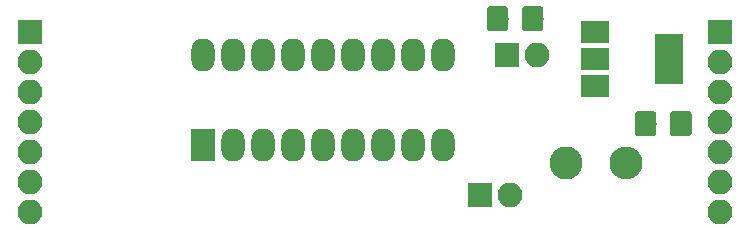
<source format=gts>
G04 #@! TF.GenerationSoftware,KiCad,Pcbnew,5.1.0-060a0da~80~ubuntu18.10.1*
G04 #@! TF.CreationDate,2019-03-21T18:04:08+01:00*
G04 #@! TF.ProjectId,ULN2803A_shield,554c4e32-3830-4334-915f-736869656c64,rev?*
G04 #@! TF.SameCoordinates,Original*
G04 #@! TF.FileFunction,Soldermask,Top*
G04 #@! TF.FilePolarity,Negative*
%FSLAX46Y46*%
G04 Gerber Fmt 4.6, Leading zero omitted, Abs format (unit mm)*
G04 Created by KiCad (PCBNEW 5.1.0-060a0da~80~ubuntu18.10.1) date 2019-03-21 18:04:08*
%MOMM*%
%LPD*%
G04 APERTURE LIST*
%ADD10O,2.800000X2.800000*%
%ADD11C,2.800000*%
%ADD12R,2.000000X2.800000*%
%ADD13O,2.000000X2.800000*%
%ADD14R,2.100000X2.100000*%
%ADD15O,2.100000X2.100000*%
%ADD16R,2.400000X4.200000*%
%ADD17R,2.400000X1.900000*%
%ADD18C,0.100000*%
%ADD19C,1.825000*%
G04 APERTURE END LIST*
D10*
X88300000Y-105850000D03*
D11*
X83220000Y-105850000D03*
D12*
X52470000Y-104310000D03*
D13*
X72790000Y-96690000D03*
X55010000Y-104310000D03*
X70250000Y-96690000D03*
X57550000Y-104310000D03*
X67710000Y-96690000D03*
X60090000Y-104310000D03*
X65170000Y-96690000D03*
X62630000Y-104310000D03*
X62630000Y-96690000D03*
X65170000Y-104310000D03*
X60090000Y-96690000D03*
X67710000Y-104310000D03*
X57550000Y-96690000D03*
X70250000Y-104310000D03*
X55010000Y-96690000D03*
X72790000Y-104310000D03*
X52470000Y-96690000D03*
D14*
X75930000Y-108560000D03*
D15*
X78470000Y-108560000D03*
D14*
X78250000Y-96710000D03*
D15*
X80790000Y-96710000D03*
D14*
X96280000Y-94750000D03*
D15*
X96280000Y-97290000D03*
X96280000Y-99830000D03*
X96280000Y-102370000D03*
X96280000Y-104910000D03*
X96280000Y-107450000D03*
X96280000Y-109990000D03*
X37860000Y-109960000D03*
X37860000Y-107420000D03*
X37860000Y-104880000D03*
X37860000Y-102340000D03*
X37860000Y-99800000D03*
X37860000Y-97260000D03*
D14*
X37860000Y-94720000D03*
D16*
X91960000Y-97020000D03*
D17*
X85660000Y-97020000D03*
X85660000Y-99320000D03*
X85660000Y-94720000D03*
D18*
G36*
X93563707Y-101426542D02*
G01*
X93594787Y-101431152D01*
X93625266Y-101438787D01*
X93654850Y-101449372D01*
X93683254Y-101462806D01*
X93710204Y-101478959D01*
X93735442Y-101497677D01*
X93758723Y-101518777D01*
X93779823Y-101542058D01*
X93798541Y-101567296D01*
X93814694Y-101594246D01*
X93828128Y-101622650D01*
X93838713Y-101652234D01*
X93846348Y-101682713D01*
X93850958Y-101713793D01*
X93852500Y-101745176D01*
X93852500Y-103254824D01*
X93850958Y-103286207D01*
X93846348Y-103317287D01*
X93838713Y-103347766D01*
X93828128Y-103377350D01*
X93814694Y-103405754D01*
X93798541Y-103432704D01*
X93779823Y-103457942D01*
X93758723Y-103481223D01*
X93735442Y-103502323D01*
X93710204Y-103521041D01*
X93683254Y-103537194D01*
X93654850Y-103550628D01*
X93625266Y-103561213D01*
X93594787Y-103568848D01*
X93563707Y-103573458D01*
X93532324Y-103575000D01*
X92347676Y-103575000D01*
X92316293Y-103573458D01*
X92285213Y-103568848D01*
X92254734Y-103561213D01*
X92225150Y-103550628D01*
X92196746Y-103537194D01*
X92169796Y-103521041D01*
X92144558Y-103502323D01*
X92121277Y-103481223D01*
X92100177Y-103457942D01*
X92081459Y-103432704D01*
X92065306Y-103405754D01*
X92051872Y-103377350D01*
X92041287Y-103347766D01*
X92033652Y-103317287D01*
X92029042Y-103286207D01*
X92027500Y-103254824D01*
X92027500Y-101745176D01*
X92029042Y-101713793D01*
X92033652Y-101682713D01*
X92041287Y-101652234D01*
X92051872Y-101622650D01*
X92065306Y-101594246D01*
X92081459Y-101567296D01*
X92100177Y-101542058D01*
X92121277Y-101518777D01*
X92144558Y-101497677D01*
X92169796Y-101478959D01*
X92196746Y-101462806D01*
X92225150Y-101449372D01*
X92254734Y-101438787D01*
X92285213Y-101431152D01*
X92316293Y-101426542D01*
X92347676Y-101425000D01*
X93532324Y-101425000D01*
X93563707Y-101426542D01*
X93563707Y-101426542D01*
G37*
D19*
X92940000Y-102500000D03*
D18*
G36*
X90588707Y-101426542D02*
G01*
X90619787Y-101431152D01*
X90650266Y-101438787D01*
X90679850Y-101449372D01*
X90708254Y-101462806D01*
X90735204Y-101478959D01*
X90760442Y-101497677D01*
X90783723Y-101518777D01*
X90804823Y-101542058D01*
X90823541Y-101567296D01*
X90839694Y-101594246D01*
X90853128Y-101622650D01*
X90863713Y-101652234D01*
X90871348Y-101682713D01*
X90875958Y-101713793D01*
X90877500Y-101745176D01*
X90877500Y-103254824D01*
X90875958Y-103286207D01*
X90871348Y-103317287D01*
X90863713Y-103347766D01*
X90853128Y-103377350D01*
X90839694Y-103405754D01*
X90823541Y-103432704D01*
X90804823Y-103457942D01*
X90783723Y-103481223D01*
X90760442Y-103502323D01*
X90735204Y-103521041D01*
X90708254Y-103537194D01*
X90679850Y-103550628D01*
X90650266Y-103561213D01*
X90619787Y-103568848D01*
X90588707Y-103573458D01*
X90557324Y-103575000D01*
X89372676Y-103575000D01*
X89341293Y-103573458D01*
X89310213Y-103568848D01*
X89279734Y-103561213D01*
X89250150Y-103550628D01*
X89221746Y-103537194D01*
X89194796Y-103521041D01*
X89169558Y-103502323D01*
X89146277Y-103481223D01*
X89125177Y-103457942D01*
X89106459Y-103432704D01*
X89090306Y-103405754D01*
X89076872Y-103377350D01*
X89066287Y-103347766D01*
X89058652Y-103317287D01*
X89054042Y-103286207D01*
X89052500Y-103254824D01*
X89052500Y-101745176D01*
X89054042Y-101713793D01*
X89058652Y-101682713D01*
X89066287Y-101652234D01*
X89076872Y-101622650D01*
X89090306Y-101594246D01*
X89106459Y-101567296D01*
X89125177Y-101542058D01*
X89146277Y-101518777D01*
X89169558Y-101497677D01*
X89194796Y-101478959D01*
X89221746Y-101462806D01*
X89250150Y-101449372D01*
X89279734Y-101438787D01*
X89310213Y-101431152D01*
X89341293Y-101426542D01*
X89372676Y-101425000D01*
X90557324Y-101425000D01*
X90588707Y-101426542D01*
X90588707Y-101426542D01*
G37*
D19*
X89965000Y-102500000D03*
D18*
G36*
X81021207Y-92536542D02*
G01*
X81052287Y-92541152D01*
X81082766Y-92548787D01*
X81112350Y-92559372D01*
X81140754Y-92572806D01*
X81167704Y-92588959D01*
X81192942Y-92607677D01*
X81216223Y-92628777D01*
X81237323Y-92652058D01*
X81256041Y-92677296D01*
X81272194Y-92704246D01*
X81285628Y-92732650D01*
X81296213Y-92762234D01*
X81303848Y-92792713D01*
X81308458Y-92823793D01*
X81310000Y-92855176D01*
X81310000Y-94364824D01*
X81308458Y-94396207D01*
X81303848Y-94427287D01*
X81296213Y-94457766D01*
X81285628Y-94487350D01*
X81272194Y-94515754D01*
X81256041Y-94542704D01*
X81237323Y-94567942D01*
X81216223Y-94591223D01*
X81192942Y-94612323D01*
X81167704Y-94631041D01*
X81140754Y-94647194D01*
X81112350Y-94660628D01*
X81082766Y-94671213D01*
X81052287Y-94678848D01*
X81021207Y-94683458D01*
X80989824Y-94685000D01*
X79805176Y-94685000D01*
X79773793Y-94683458D01*
X79742713Y-94678848D01*
X79712234Y-94671213D01*
X79682650Y-94660628D01*
X79654246Y-94647194D01*
X79627296Y-94631041D01*
X79602058Y-94612323D01*
X79578777Y-94591223D01*
X79557677Y-94567942D01*
X79538959Y-94542704D01*
X79522806Y-94515754D01*
X79509372Y-94487350D01*
X79498787Y-94457766D01*
X79491152Y-94427287D01*
X79486542Y-94396207D01*
X79485000Y-94364824D01*
X79485000Y-92855176D01*
X79486542Y-92823793D01*
X79491152Y-92792713D01*
X79498787Y-92762234D01*
X79509372Y-92732650D01*
X79522806Y-92704246D01*
X79538959Y-92677296D01*
X79557677Y-92652058D01*
X79578777Y-92628777D01*
X79602058Y-92607677D01*
X79627296Y-92588959D01*
X79654246Y-92572806D01*
X79682650Y-92559372D01*
X79712234Y-92548787D01*
X79742713Y-92541152D01*
X79773793Y-92536542D01*
X79805176Y-92535000D01*
X80989824Y-92535000D01*
X81021207Y-92536542D01*
X81021207Y-92536542D01*
G37*
D19*
X80397500Y-93610000D03*
D18*
G36*
X78046207Y-92536542D02*
G01*
X78077287Y-92541152D01*
X78107766Y-92548787D01*
X78137350Y-92559372D01*
X78165754Y-92572806D01*
X78192704Y-92588959D01*
X78217942Y-92607677D01*
X78241223Y-92628777D01*
X78262323Y-92652058D01*
X78281041Y-92677296D01*
X78297194Y-92704246D01*
X78310628Y-92732650D01*
X78321213Y-92762234D01*
X78328848Y-92792713D01*
X78333458Y-92823793D01*
X78335000Y-92855176D01*
X78335000Y-94364824D01*
X78333458Y-94396207D01*
X78328848Y-94427287D01*
X78321213Y-94457766D01*
X78310628Y-94487350D01*
X78297194Y-94515754D01*
X78281041Y-94542704D01*
X78262323Y-94567942D01*
X78241223Y-94591223D01*
X78217942Y-94612323D01*
X78192704Y-94631041D01*
X78165754Y-94647194D01*
X78137350Y-94660628D01*
X78107766Y-94671213D01*
X78077287Y-94678848D01*
X78046207Y-94683458D01*
X78014824Y-94685000D01*
X76830176Y-94685000D01*
X76798793Y-94683458D01*
X76767713Y-94678848D01*
X76737234Y-94671213D01*
X76707650Y-94660628D01*
X76679246Y-94647194D01*
X76652296Y-94631041D01*
X76627058Y-94612323D01*
X76603777Y-94591223D01*
X76582677Y-94567942D01*
X76563959Y-94542704D01*
X76547806Y-94515754D01*
X76534372Y-94487350D01*
X76523787Y-94457766D01*
X76516152Y-94427287D01*
X76511542Y-94396207D01*
X76510000Y-94364824D01*
X76510000Y-92855176D01*
X76511542Y-92823793D01*
X76516152Y-92792713D01*
X76523787Y-92762234D01*
X76534372Y-92732650D01*
X76547806Y-92704246D01*
X76563959Y-92677296D01*
X76582677Y-92652058D01*
X76603777Y-92628777D01*
X76627058Y-92607677D01*
X76652296Y-92588959D01*
X76679246Y-92572806D01*
X76707650Y-92559372D01*
X76737234Y-92548787D01*
X76767713Y-92541152D01*
X76798793Y-92536542D01*
X76830176Y-92535000D01*
X78014824Y-92535000D01*
X78046207Y-92536542D01*
X78046207Y-92536542D01*
G37*
D19*
X77422500Y-93610000D03*
M02*

</source>
